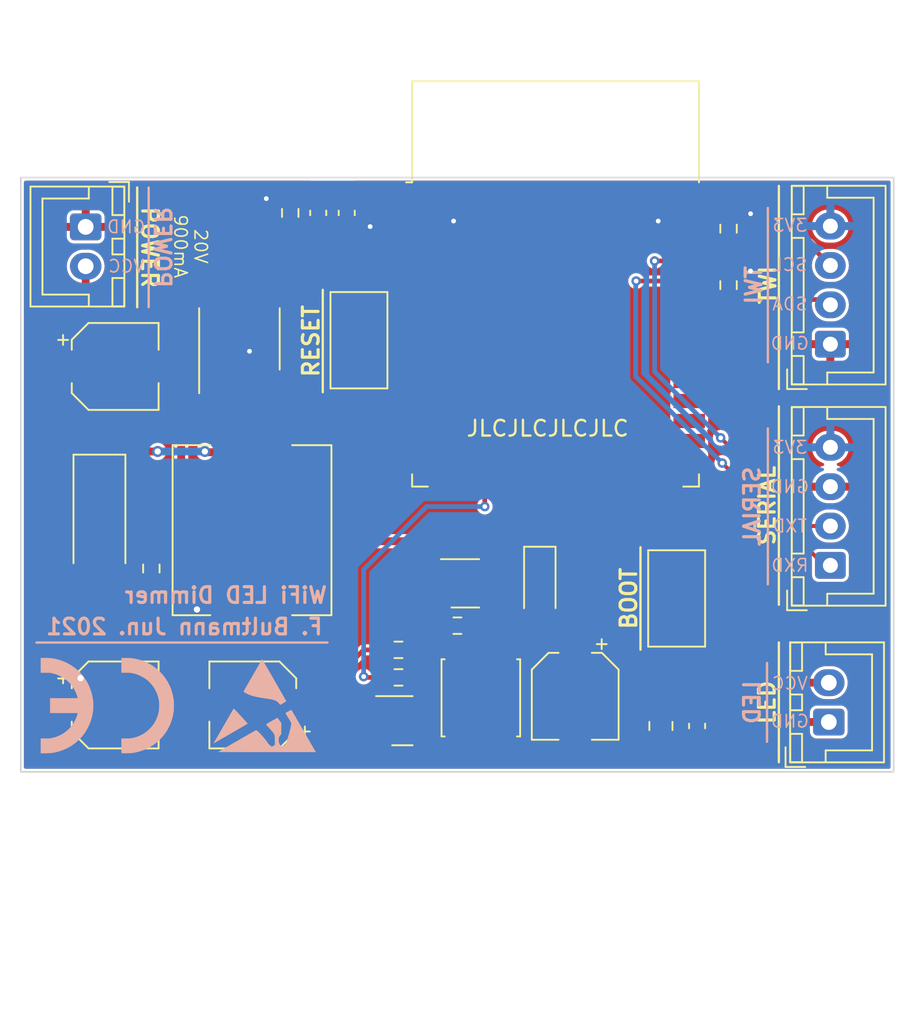
<source format=kicad_pcb>
(kicad_pcb (version 20210606) (generator pcbnew)
  (layers (0 "F.Cu" signal) (31 "B.Cu" signal) (34 "B.Paste" user) (35 "F.Paste" user) (36 "B.SilkS" user "B.Silkscreen") (37 "F.SilkS" user "F.Silkscreen") (38 "B.Mask" user) (39 "F.Mask" user) (44 "Edge.Cuts" user))
  (net 0 "")
  (net 1 "PWM-LED")
  (net 2 "Net-(Q1-Pad2)")
  (net 3 "Net-(C5-Pad2)")
  (net 4 "VCC")
  (net 5 "Net-(D1-Pad1)")
  (net 6 "+3V3")
  (net 7 "GND")
  (net 8 "EN")
  (net 20 "RX")
  (net 27 "TX")
  (net 28 "GPIO0")
  (net 36 "Net-(R4-Pad1)")
  (net 37 "Net-(R3-Pad2)")
  (net 38 "Net-(D2-Pad2)")
  (net 39 "Net-(C4-Pad1)")
  (net 40 "SDA")
  (net 41 "SCL")
  (footprint "Resistor_SMD:R_0603_1608Metric_Pad0.98x0.95mm_HandSolder" (layer "F.Cu") (at 127.632 58.715 90)
    (fp_text reference "R1")
    (fp_text value "10k")
    (pad "1" smd roundrect locked (at -0.9125 0 90) (size 0.975 0.95) (layers "F.Cu" "F.Paste" "F.Mask") (net 8 "EN"))
    (pad "2" smd roundrect locked (at 0.9125 0 90) (size 0.975 0.95) (layers "F.Cu" "F.Paste" "F.Mask") (net 6 "+3V3"))
  )
  (footprint "Package_SO:SOP-8_3.9x4.9mm_P1.27mm" (layer "F.Cu") (at 124.4 66.715 90)
    (fp_text reference "U1")
    (fp_text value "AP1509")
    (pad "1" smd roundrect locked (at -2.625 -1.905 90) (size 1.65 0.6) (layers "F.Cu" "F.Paste" "F.Mask") (net 4 "VCC"))
    (pad "2" smd roundrect locked (at -2.625 -0.635 90) (size 1.65 0.6) (layers "F.Cu" "F.Paste" "F.Mask") (net 5 "Net-(D1-Pad1)"))
    (pad "3" smd roundrect locked (at -2.625 0.635 90) (size 1.65 0.6) (layers "F.Cu" "F.Paste" "F.Mask") (net 6 "+3V3"))
    (pad "4" smd roundrect locked (at -2.625 1.905 90) (size 1.65 0.6) (layers "F.Cu" "F.Paste" "F.Mask") (net 7 "GND"))
    (pad "5" smd roundrect locked (at 2.625 1.905 90) (size 1.65 0.6) (layers "F.Cu" "F.Paste" "F.Mask") (net 7 "GND"))
    (pad "6" smd roundrect locked (at 2.625 0.635 90) (size 1.65 0.6) (layers "F.Cu" "F.Paste" "F.Mask") (net 7 "GND"))
    (pad "7" smd roundrect locked (at 2.625 -0.635 90) (size 1.65 0.6) (layers "F.Cu" "F.Paste" "F.Mask") (net 7 "GND"))
    (pad "8" smd roundrect locked (at 2.625 -1.905 90) (size 1.65 0.6) (layers "F.Cu" "F.Paste" "F.Mask") (net 7 "GND"))
  )
  (footprint "Capacitor_SMD:C_0805_2012Metric_Pad1.18x1.45mm_HandSolder" (layer "F.Cu") (at 151.2 91.3 -90)
    (fp_text reference "REF**")
    (fp_text value "C_0805_2012Metric_Pad1.18x1.45mm_HandSolder")
    (pad "1" smd roundrect locked (at -1.0375 0 270) (size 1.175 1.45) (layers "F.Cu" "F.Paste" "F.Mask") (roundrect_rratio 0.213) (net 39 "Net-(C4-Pad1)"))
    (pad "2" smd roundrect locked (at 1.0375 0 270) (size 1.175 1.45) (layers "F.Cu" "F.Paste" "F.Mask") (roundrect_rratio 0.213) (net 3 "Net-(C5-Pad2)"))
  )
  (footprint "Capacitor_SMD:CP_Elec_5x5.3" (layer "F.Cu") (at 125.25 89.965 180)
    (fp_text reference "C4")
    (fp_text value "4,7uF")
    (pad "1" smd roundrect locked (at -2.2 0 180) (size 3 1.6) (layers "F.Cu" "F.Paste" "F.Mask") (roundrect_rratio 0.15625) (net 39 "Net-(C4-Pad1)"))
    (pad "2" smd roundrect locked (at 2.2 0 180) (size 3 1.6) (layers "F.Cu" "F.Paste" "F.Mask") (roundrect_rratio 0.15625) (net 7 "GND"))
  )
  (footprint "Connector_JST:JST_XH_B4B-XH-A_1x04_P2.50mm_Vertical" (layer "F.Cu") (at 161.975 81.1 90)
    (fp_text reference "J2")
    (fp_text value "UART")
    (pad "1" thru_hole roundrect locked (at 0 0 90) (size 1.7 1.95) (drill 0.95) (layers *.Cu *.Mask) (roundrect_rratio 0.1470588235) (net 20 "RX"))
    (pad "2" thru_hole oval locked (at 2.5 0 90) (size 1.7 1.95) (drill 0.95) (layers *.Cu *.Mask) (net 27 "TX"))
    (pad "3" thru_hole oval locked (at 5 0 90) (size 1.7 1.95) (drill 0.95) (layers *.Cu *.Mask) (net 7 "GND"))
    (pad "4" thru_hole oval locked (at 7.5 0 90) (size 1.7 1.95) (drill 0.95) (layers *.Cu *.Mask) (net 6 "+3V3"))
  )
  (footprint "Capacitor_SMD:C_0603_1608Metric_Pad1.08x0.95mm_HandSolder" (layer "F.Cu") (at 129.41 58.715 90)
    (fp_text reference "C7")
    (fp_text value "0,1uF")
    (pad "1" smd roundrect locked (at -0.8625 0 90) (size 1.075 0.95) (layers "F.Cu" "F.Paste" "F.Mask") (net 8 "EN"))
    (pad "2" smd roundrect locked (at 0.8625 0 90) (size 1.075 0.95) (layers "F.Cu" "F.Paste" "F.Mask") (net 7 "GND"))
  )
  (footprint "Resistor_SMD:R_0603_1608Metric_Pad0.98x0.95mm_HandSolder" (layer "F.Cu") (at 134.5125 86.465 180)
    (fp_text reference "R4")
    (fp_text value "1k")
    (pad "1" smd roundrect locked (at -0.9125 0 180) (size 0.975 0.95) (layers "F.Cu" "F.Paste" "F.Mask") (net 36 "Net-(R4-Pad1)"))
    (pad "2" smd roundrect locked (at 0.9125 0 180) (size 0.975 0.95) (layers "F.Cu" "F.Paste" "F.Mask") (net 2 "Net-(Q1-Pad2)"))
  )
  (footprint "Package_TO_SOT_SMD:SOT-23" (layer "F.Cu") (at 134.7625 90.965)
    (fp_text reference "Q1")
    (fp_text value "2N7002")
    (pad "1" smd roundrect locked (at -0.9375 -0.95) (size 1.475 0.6) (layers "F.Cu" "F.Paste" "F.Mask") (net 1 "PWM-LED"))
    (pad "2" smd roundrect locked (at -0.9375 0.95) (size 1.475 0.6) (layers "F.Cu" "F.Paste" "F.Mask") (net 2 "Net-(Q1-Pad2)"))
    (pad "3" smd roundrect locked (at 0.9375 0) (size 1.475 0.6) (layers "F.Cu" "F.Paste" "F.Mask") (net 3 "Net-(C5-Pad2)"))
  )
  (footprint "Diode_SMD:D_SOD-123" (layer "F.Cu") (at 143.5 82.165 -90)
    (fp_text reference "D2")
    (fp_text value "40V/0,5A")
    (pad "1" smd rect locked (at -1.65 0 270) (size 0.9 1.2) (layers "F.Cu" "F.Paste" "F.Mask") (net 39 "Net-(C4-Pad1)"))
    (pad "2" smd rect locked (at 1.65 0 270) (size 0.9 1.2) (layers "F.Cu" "F.Paste" "F.Mask") (net 38 "Net-(D2-Pad2)"))
  )
  (footprint "Resistor_SMD:R_0603_1608Metric_Pad0.98x0.95mm_HandSolder" (layer "F.Cu") (at 134.5125 88.215 180)
    (fp_text reference "R5")
    (fp_text value "10k")
    (pad "1" smd roundrect locked (at -0.9125 0 180) (size 0.975 0.95) (layers "F.Cu" "F.Paste" "F.Mask") (net 7 "GND"))
    (pad "2" smd roundrect locked (at 0.9125 0 180) (size 0.975 0.95) (layers "F.Cu" "F.Paste" "F.Mask") (net 1 "PWM-LED"))
  )
  (footprint "Diode_SMD:D_SMA_Handsoldering" (layer "F.Cu") (at 115.5 78.465 -90)
    (fp_text reference "D1")
    (fp_text value "40V/2A")
    (pad "1" smd rect locked (at -2.5 0 270) (size 3.5 1.8) (layers "F.Cu" "F.Paste" "F.Mask") (net 5 "Net-(D1-Pad1)"))
    (pad "2" smd rect locked (at 2.5 0 270) (size 3.5 1.8) (layers "F.Cu" "F.Paste" "F.Mask") (net 7 "GND"))
  )
  (footprint "Resistor_SMD:R_0603_1608Metric_Pad0.98x0.95mm_HandSolder" (layer "F.Cu") (at 155.5 63.3025 -90)
    (fp_text reference "R6")
    (fp_text value "2,4k")
    (pad "1" smd roundrect locked (at -0.9125 0 270) (size 0.975 0.95) (layers "F.Cu" "F.Paste" "F.Mask") (net 6 "+3V3"))
    (pad "2" smd roundrect locked (at 0.9125 0 270) (size 0.975 0.95) (layers "F.Cu" "F.Paste" "F.Mask") (net 40 "SDA"))
  )
  (footprint "Fred:HPI1040" (layer "F.Cu") (at 125.25 78.465 -90)
    (fp_text reference "L1")
    (fp_text value "47uH/2A")
    (pad "1" smd rect (at -4.55 0.1 270) (size 4.4621 4.5621) (layers "F.Cu" "F.Paste" "F.Mask") (net 5 "Net-(D1-Pad1)"))
    (pad "2" smd rect (at 5.45 0.1 270) (size 4.4621 4.5621) (layers "F.Cu" "F.Paste" "F.Mask") (net 6 "+3V3"))
  )
  (footprint "Capacitor_SMD:CP_Elec_5x5.3" (layer "F.Cu") (at 116.5 68.465)
    (fp_text reference "C1")
    (fp_text value "4,7uF")
    (pad "1" smd roundrect locked (at -2.2 0) (size 3 1.6) (layers "F.Cu" "F.Paste" "F.Mask") (roundrect_rratio 0.15625) (net 4 "VCC"))
    (pad "2" smd roundrect locked (at 2.2 0) (size 3 1.6) (layers "F.Cu" "F.Paste" "F.Mask") (roundrect_rratio 0.15625) (net 7 "GND"))
  )
  (footprint "Resistor_SMD:R_0603_1608Metric_Pad0.98x0.95mm_HandSolder" (layer "F.Cu") (at 118.8 81.3 -90)
    (fp_text reference "R2")
    (fp_text value "1")
    (pad "1" smd roundrect locked (at -0.9125 0 270) (size 0.975 0.95) (layers "F.Cu" "F.Paste" "F.Mask") (net 4 "VCC"))
    (pad "2" smd roundrect locked (at 0.9125 0 270) (size 0.975 0.95) (layers "F.Cu" "F.Paste" "F.Mask") (net 39 "Net-(C4-Pad1)"))
  )
  (footprint "Connector_JST:JST_XH_B2B-XH-A_1x02_P2.50mm_Vertical" (layer "F.Cu") (at 161.875 91.05 90)
    (fp_text reference "J5")
    (fp_text value "LED_Main")
    (pad "1" thru_hole roundrect locked (at 0 0 90) (size 1.7 2) (drill 1) (layers *.Cu *.Mask) (roundrect_rratio 0.1470588235) (net 3 "Net-(C5-Pad2)"))
    (pad "2" thru_hole oval locked (at 2.5 0 90) (size 1.7 2) (drill 1) (layers *.Cu *.Mask) (net 39 "Net-(C4-Pad1)"))
  )
  (footprint "Package_TO_SOT_SMD:TSOT-23-5_HandSoldering" (layer "F.Cu") (at 138.7625 82.215)
    (fp_text reference "U3")
    (fp_text value "CAT4201")
    (pad "1" smd rect locked (at -1.71 -0.95) (size 2 0.65) (layers "F.Cu" "F.Paste" "F.Mask") (net 36 "Net-(R4-Pad1)"))
    (pad "2" smd rect locked (at -1.71 0) (size 2 0.65) (layers "F.Cu" "F.Paste" "F.Mask") (net 7 "GND"))
    (pad "3" smd rect locked (at -1.71 0.95) (size 2 0.65) (layers "F.Cu" "F.Paste" "F.Mask") (net 37 "Net-(R3-Pad2)"))
    (pad "4" smd rect locked (at 1.71 0.95) (size 2 0.65) (layers "F.Cu" "F.Paste" "F.Mask") (net 38 "Net-(D2-Pad2)"))
    (pad "5" smd rect locked (at 1.71 -0.95) (size 2 0.65) (layers "F.Cu" "F.Paste" "F.Mask") (net 39 "Net-(C4-Pad1)"))
  )
  (footprint "Capacitor_SMD:C_0603_1608Metric_Pad1.08x0.95mm_HandSolder" (layer "F.Cu") (at 153.5 91.3 -90)
    (fp_text reference "REF**")
    (fp_text value "C_0603_1608Metric_Pad1.08x0.95mm_HandSolder")
    (pad "1" smd roundrect locked (at -0.8625 0 270) (size 1.075 0.95) (layers "F.Cu" "F.Paste" "F.Mask") (net 39 "Net-(C4-Pad1)"))
    (pad "2" smd roundrect locked (at 0.8625 0 270) (size 1.075 0.95) (layers "F.Cu" "F.Paste" "F.Mask") (net 3 "Net-(C5-Pad2)"))
  )
  (footprint "Capacitor_SMD:C_0603_1608Metric_Pad1.08x0.95mm_HandSolder" (layer "F.Cu") (at 131.222 58.715 90)
    (fp_text reference "C2")
    (fp_text value "0,1uF")
    (pad "1" smd roundrect locked (at -0.8625 0 90) (size 1.075 0.95) (layers "F.Cu" "F.Paste" "F.Mask") (net 6 "+3V3"))
    (pad "2" smd roundrect locked (at 0.8625 0 90) (size 1.075 0.95) (layers "F.Cu" "F.Paste" "F.Mask") (net 7 "GND"))
  )
  (footprint "Connector_JST:JST_XH_B2B-XH-A_1x02_P2.50mm_Vertical" (layer "F.Cu") (at 114.625 59.6 -90)
    (fp_text reference "J1")
    (fp_text value "POWER +24V")
    (pad "1" thru_hole roundrect locked (at 0 0 270) (size 1.7 2) (drill 1) (layers *.Cu *.Mask) (roundrect_rratio 0.1470588235) (net 7 "GND"))
    (pad "2" thru_hole oval locked (at 2.5 0 270) (size 1.7 2) (drill 1) (layers *.Cu *.Mask) (net 4 "VCC"))
  )
  (footprint "Button_Switch_SMD:SW_SPST_FSMSM" (layer "F.Cu") (at 152.2 83.2 90)
    (fp_text reference "SW2")
    (fp_text value "BOOT")
    (pad "1" smd rect locked (at -4.59 0 90) (size 2.18 1.6) (layers "F.Cu" "F.Paste" "F.Mask") (net 7 "GND"))
    (pad "2" smd rect locked (at 4.59 0 90) (size 2.18 1.6) (layers "F.Cu" "F.Paste" "F.Mask") (net 28 "GPIO0"))
  )
  (footprint "Connector_JST:JST_XH_B4B-XH-A_1x04_P2.50mm_Vertical" (layer "F.Cu") (at 161.975 67.05 90)
    (fp_text reference "J6")
    (fp_text value "I2C_Main")
    (pad "1" thru_hole roundrect locked (at 0 0 90) (size 1.7 1.95) (drill 0.95) (layers *.Cu *.Mask) (roundrect_rratio 0.1470588235) (net 7 "GND"))
    (pad "2" thru_hole oval locked (at 2.5 0 90) (size 1.7 1.95) (drill 0.95) (layers *.Cu *.Mask) (net 40 "SDA"))
    (pad "3" thru_hole oval locked (at 5 0 90) (size 1.7 1.95) (drill 0.95) (layers *.Cu *.Mask) (net 41 "SCL"))
    (pad "4" thru_hole oval locked (at 7.5 0 90) (size 1.7 1.95) (drill 0.95) (layers *.Cu *.Mask) (net 6 "+3V3"))
  )
  (footprint "Fred:DJNR5020" (layer "F.Cu") (at 139.75 89.465 -90)
    (fp_text reference "L2")
    (fp_text value "22uH/1A")
    (pad "1" smd rect (at -2.05 0 270) (size 2 4) (layers "F.Cu" "F.Paste" "F.Mask") (net 38 "Net-(D2-Pad2)"))
    (pad "2" smd rect (at 2.15 0 270) (size 2 4) (layers "F.Cu" "F.Paste" "F.Mask") (net 3 "Net-(C5-Pad2)"))
  )
  (footprint "Capacitor_SMD:CP_Elec_5x5.4" (layer "F.Cu") (at 116.5 89.965)
    (fp_text reference "C3")
    (fp_text value "10uF")
    (pad "1" smd roundrect locked (at -2.2 0) (size 3 1.6) (layers "F.Cu" "F.Paste" "F.Mask") (roundrect_rratio 0.15625) (net 6 "+3V3"))
    (pad "2" smd roundrect locked (at 2.2 0) (size 3 1.6) (layers "F.Cu" "F.Paste" "F.Mask") (roundrect_rratio 0.15625) (net 7 "GND"))
  )
  (footprint "Button_Switch_SMD:SW_SPST_FSMSM" (layer "F.Cu") (at 132 66.8 90)
    (fp_text reference "SW1")
    (fp_text value "RESET")
    (pad "1" smd rect locked (at -4.59 0 90) (size 2.18 1.6) (layers "F.Cu" "F.Paste" "F.Mask") (net 7 "GND"))
    (pad "2" smd rect locked (at 4.59 0 90) (size 2.18 1.6) (layers "F.Cu" "F.Paste" "F.Mask") (net 8 "EN"))
  )
  (footprint "Resistor_SMD:R_0603_1608Metric_Pad0.98x0.95mm_HandSolder" (layer "F.Cu") (at 155.5 59.715 -90)
    (fp_text reference "R7")
    (fp_text value "2,4k")
    (pad "1" smd roundrect locked (at -0.9125 0 270) (size 0.975 0.95) (layers "F.Cu" "F.Paste" "F.Mask") (net 6 "+3V3"))
    (pad "2" smd roundrect locked (at 0.9125 0 270) (size 0.975 0.95) (layers "F.Cu" "F.Paste" "F.Mask") (net 41 "SCL"))
  )
  (footprint "RF_Module:ESP32-WROOM-32" (layer "F.Cu") (at 144.5 66.215)
    (fp_text reference "U2")
    (fp_text value "ESP32-WROOM-32")
    (pad "1" smd rect (at -8.5 -8.255) (size 2 0.9) (layers "F.Cu" "F.Paste" "F.Mask") (net 7 "GND"))
    (pad "2" smd rect (at -8.5 -6.985) (size 2 0.9) (layers "F.Cu" "F.Paste" "F.Mask") (net 6 "+3V3"))
    (pad "3" smd rect (at -8.5 -5.715) (size 2 0.9) (layers "F.Cu" "F.Paste" "F.Mask") (net 8 "EN"))
    (pad "4" smd rect (at -8.5 -4.445) (size 2 0.9) (layers "F.Cu" "F.Paste" "F.Mask"))
    (pad "5" smd rect (at -8.5 -3.175) (size 2 0.9) (layers "F.Cu" "F.Paste" "F.Mask"))
    (pad "6" smd rect (at -8.5 -1.905) (size 2 0.9) (layers "F.Cu" "F.Paste" "F.Mask"))
    (pad "7" smd rect (at -8.5 -0.635) (size 2 0.9) (layers "F.Cu" "F.Paste" "F.Mask"))
    (pad "8" smd rect (at -8.5 0.635) (size 2 0.9) (layers "F.Cu" "F.Paste" "F.Mask"))
    (pad "9" smd rect (at -8.5 1.905) (size 2 0.9) (layers "F.Cu" "F.Paste" "F.Mask"))
    (pad "10" smd rect (at -8.5 3.175) (size 2 0.9) (layers "F.Cu" "F.Paste" "F.Mask"))
    (pad "11" smd rect (at -8.5 4.445) (size 2 0.9) (layers "F.Cu" "F.Paste" "F.Mask"))
    (pad "12" smd rect (at -8.5 5.715) (size 2 0.9) (layers "F.Cu" "F.Paste" "F.Mask"))
    (pad "13" smd rect (at -8.5 6.985) (size 2 0.9) (layers "F.Cu" "F.Paste" "F.Mask"))
    (pad "14" smd rect (at -8.5 8.255) (size 2 0.9) (layers "F.Cu" "F.Paste" "F.Mask"))
    (pad "15" smd rect (at -5.715 9.255 90) (size 2 0.9) (layers "F.Cu" "F.Paste" "F.Mask") (net 7 "GND"))
    (pad "16" smd rect (at -4.445 9.255 90) (size 2 0.9) (layers "F.Cu" "F.Paste" "F.Mask") (net 1 "PWM-LED"))
    (pad "17" smd rect (at -3.175 9.255 90) (size 2 0.9) (layers "F.Cu" "F.Paste" "F.Mask"))
    (pad "18" smd rect (at -1.905 9.255 90) (size 2 0.9) (layers "F.Cu" "F.Paste" "F.Mask"))
    (pad "19" smd rect (at -0.635 9.255 90) (size 2 0.9) (layers "F.Cu" "F.Paste" "F.Mask"))
    (pad "20" smd rect (at 0.635 9.255 90) (size 2 0.9) (layers "F.Cu" "F.Paste" "F.Mask"))
    (pad "21" smd rect (at 1.905 9.255 90) (size 2 0.9) (layers "F.Cu" "F.Paste" "F.Mask"))
    (pad "22" smd rect (at 3.175 9.255 90) (size 2 0.9) (layers "F.Cu" "F.Paste" "F.Mask"))
    (pad "23" smd rect (at 4.445 9.255 90) (size 2 0.9) (layers "F.Cu" "F.Paste" "F.Mask"))
    (pad "24" smd rect (at 5.715 9.255 90) (size 2 0.9) (layers "F.Cu" "F.Paste" "F.Mask"))
    (pad "25" smd rect (at 8.5 8.255) (size 2 0.9) (layers "F.Cu" "F.Paste" "F.Mask") (net 28 "GPIO0"))
    (pad "26" smd rect (at 8.5 6.985) (size 2 0.9) (layers "F.Cu" "F.Paste" "F.Mask"))
    (pad "27" smd rect (at 8.5 5.715) (size 2 0.9) (layers "F.Cu" "F.Paste" "F.Mask"))
    (pad "28" smd rect (at 8.5 4.445) (size 2 0.9) (layers "F.Cu" "F.Paste" "F.Mask"))
    (pad "29" smd rect (at 8.5 3.175) (size 2 0.9) (layers "F.Cu" "F.Paste" "F.Mask"))
    (pad "30" smd rect (at 8.5 1.905) (size 2 0.9) (layers "F.Cu" "F.Paste" "F.Mask"))
    (pad "31" smd rect (at 8.5 0.635) (size 2 0.9) (layers "F.Cu" "F.Paste" "F.Mask"))
    (pad "32" smd rect (at 8.5 -0.635) (size 2 0.9) (layers "F.Cu" "F.Paste" "F.Mask"))
    (pad "33" smd rect (at 8.5 -1.905) (size 2 0.9) (layers "F.Cu" "F.Paste" "F.Mask") (net 40 "SDA"))
    (pad "34" smd rect (at 8.5 -3.175) (size 2 0.9) (layers "F.Cu" "F.Paste" "F.Mask") (net 20 "RX"))
    (pad "35" smd rect (at 8.5 -4.445) (size 2 0.9) (layers "F.Cu" "F.Paste" "F.Mask") (net 27 "TX"))
    (pad "36" smd rect (at 8.5 -5.715) (size 2 0.9) (layers "F.Cu" "F.Paste" "F.Mask") (net 41 "SCL"))
    (pad "37" smd rect (at 8.5 -6.985) (size 2 0.9) (layers "F.Cu" "F.Paste" "F.Mask") (net 6 "+3V3"))
    (pad "38" smd rect (at 8.5 -8.255) (size 2 0.9) (layers "F.Cu" "F.Paste" "F.Mask") (net 7 "GND"))
    (pad "39" smd rect (at -1 -0.755) (size 5 5) (layers "F.Cu" "F.Paste" "F.Mask") (net 7 "GND"))
  )
  (footprint "Resistor_SMD:R_0603_1608Metric_Pad0.98x0.95mm_HandSolder" (layer "F.Cu") (at 138.26 84.93 180)
    (fp_text reference "R3")
    (fp_text value "8,25k")
    (pad "1" smd roundrect locked (at -0.9125 0 180) (size 0.975 0.95) (layers "F.Cu" "F.Paste" "F.Mask") (net 7 "GND"))
    (pad "2" smd roundrect locked (at 0.9125 0 180) (size 0.975 0.95) (layers "F.Cu" "F.Paste" "F.Mask") (net 37 "Net-(R3-Pad2)"))
  )
  (footprint "Capacitor_SMD:CP_Elec_5x5.4" (layer "F.Cu") (at 145.75 89.415 -90)
    (fp_text reference "C5")
    (fp_text value "10uF")
    (pad "1" smd roundrect locked (at -2.2 0 270) (size 3 1.6) (layers "F.Cu" "F.Paste" "F.Mask") (roundrect_rratio 0.15625) (net 39 "Net-(C4-Pad1)"))
    (pad "2" smd roundrect locked (at 2.2 0 270) (size 3 1.6) (layers "F.Cu" "F.Paste" "F.Mask") (roundrect_rratio 0.15625) (net 3 "Net-(C5-Pad2)"))
  )
  (footprint "Symbol:ESD-Logo_6.6x6mm_SilkScreen" (layer "B.Cu") (at 126 90 180)
    (fp_text reference "REF**" hide)
    (fp_text value "ESD-Logo_6.6x6mm_SilkScreen" hide)
  )
  (footprint "Symbol:CE-Logo_8.5x6mm_SilkScreen" (layer "B.Cu") (at 116 90 180)
    (fp_text reference "REF**" hide)
    (fp_text value "CE-Logo_8.5x6mm_SilkScreen" hide)
  )
  (gr_line (start 158 58.4) (end 158 68.2) (layer "B.SilkS") (width 0.15))
  (gr_line (start 157.945 87.3) (end 157.945 92.3) (layer "B.SilkS") (width 0.15))
  (gr_line (start 118.63 57.1) (end 118.63 64.7) (layer "B.SilkS") (width 0.15))
  (gr_line (start 158 72.4) (end 158 82.3) (layer "B.SilkS") (width 0.15))
  (gr_line (start 130 86) (end 111.5 86) (layer "B.SilkS") (width 0.15))
  (gr_line (start 158.7 86) (end 158.7 93.6) (layer "F.SilkS") (width 0.15))
  (gr_line (start 129.7 63.6) (end 129.7 70.1) (layer "F.SilkS") (width 0.15))
  (gr_line (start 158.7 57) (end 158.7 69.9) (layer "F.SilkS") (width 0.15))
  (gr_line (start 117.9 57.1) (end 117.9 64.7) (layer "F.SilkS") (width 0.15))
  (gr_line (start 158.7 71) (end 158.7 83.6) (layer "F.SilkS") (width 0.15))
  (gr_line (start 149.9 79.95) (end 149.9 86.45) (layer "F.SilkS") (width 0.15))
  (gr_rect (start 166 56.465) (end 110.5 94.215) (layer "Edge.Cuts") (width 0.1) (fill none))
  (gr_text "GND" (at 159.4 76.1) (layer "B.SilkS") (effects (font (size 0.8 0.8) (thickness 0.1)) (justify mirror)))
  (gr_text "POWER\n" (at 119.5 60.9 -90) (layer "B.SilkS") (effects (font (size 1 1) (thickness 0.2)) (justify mirror)))
  (gr_text "3V3" (at 159.4 59.5) (layer "B.SilkS") (effects (font (size 0.8 0.8) (thickness 0.1)) (justify mirror)))
  (gr_text "LED" (at 157 89.8 90) (layer "B.SilkS") (effects (font (size 1 1) (thickness 0.2)) (justify mirror)))
  (gr_text "GND" (at 117.2 59.6) (layer "B.SilkS") (effects (font (size 0.8 0.8) (thickness 0.1)) (justify mirror)))
  (gr_text "SDA" (at 159.4 64.5) (layer "B.SilkS") (effects (font (size 0.8 0.8) (thickness 0.1)) (justify mirror)))
  (gr_text "VCC" (at 117.2 62.1) (layer "B.SilkS") (effects (font (size 0.8 0.8) (thickness 0.1)) (justify mirror)))
  (gr_text "F. Bultmann Jun. 2021" (at 112 85) (layer "B.SilkS") (effects (font (size 1 1) (thickness 0.2)) (justify right mirror)))
  (gr_text "VCC" (at 159.4 88.6) (layer "B.SilkS") (effects (font (size 0.8 0.8) (thickness 0.1)) (justify mirror)))
  (gr_text "GND" (at 159.4 91) (layer "B.SilkS") (effects (font (size 0.8 0.8) (thickness 0.1)) (justify mirror)))
  (gr_text "3V3" (at 159.4 73.6) (layer "B.SilkS") (effects (font (size 0.8 0.8) (thickness 0.1)) (justify mirror)))
  (gr_text "TXD" (at 159.4 78.6) (layer "B.SilkS") (effects (font (size 0.8 0.8) (thickness 0.1)) (justify mirror)))
  (gr_text "TWI" (at 157.1 63.3 90) (layer "B.SilkS") (effects (font (size 1 1) (thickness 0.2)) (justify mirror)))
  (gr_text "SERIAL" (at 157 77.35 90) (layer "B.SilkS") (effects (font (size 1 1) (thickness 0.2)) (justify mirror)))
  (gr_text "WiFi LED Dimmer" (at 117 83) (layer "B.SilkS") (effects (font (size 1 1) (thickness 0.2)) (justify right mirror)))
  (gr_text "RXD" (at 159.4 81.1) (layer "B.SilkS") (effects (font (size 0.8 0.8) (thickness 0.1)) (justify mirror)))
  (gr_text "SCL" (at 159.4 62) (layer "B.SilkS") (effects (font (size 0.8 0.8) (thickness 0.1)) (justify mirror)))
  (gr_text "GND" (at 159.4 67) (layer "B.SilkS") (effects (font (size 0.8 0.8) (thickness 0.1)) (justify mirror)))
  (gr_text "LED" (at 157.95 89.8 90) (layer "F.SilkS") (effects (font (size 1 1) (thickness 0.2))))
  (gr_text "TWI" (at 158 63.3 90) (layer "F.SilkS") (effects (font (size 1 1) (thickness 0.2))))
  (gr_text "BOOT" (at 149.15 83.2 90) (layer "F.SilkS") (effects (font (size 1 1) (thickness 0.2))))
  (gr_text "RESET" (at 128.95 66.85 90) (layer "F.SilkS") (effects (font (size 1 1) (thickness 0.2))))
  (gr_text "POWER\n" (at 118.7 60.9 270) (layer "F.SilkS") (effects (font (size 1 1) (thickness 0.2))))
  (gr_text "JLCJLCJLCJLC" (at 144 72.4) (layer "F.SilkS") (effects (font (size 1 1))))
  (gr_text "20V\n900mA" (at 121.3 60.835 270) (layer "F.SilkS") (effects (font (size 0.8 0.8) (thickness 0.1))))
  (gr_text "SERIAL" (at 157.95 77.3 90) (layer "F.SilkS") (effects (font (size 1 1) (thickness 0.2))))
  (segment (start 132.35 88.215) (end 132.3 88.165) (width 0.3) (layer "F.Cu") (net 1))
  (segment (start 133.6 88.215) (end 133.6 89.79) (width 0.3) (layer "F.Cu") (net 1))
  (segment (start 140 77.365) (end 140 75.525) (width 0.3) (layer "F.Cu") (net 1))
  (segment (start 133.6 89.79) (end 133.825 90.015) (width 0.3) (layer "F.Cu") (net 1))
  (segment (start 133.6 88.215) (end 132.35 88.215) (width 0.3) (layer "F.Cu") (net 1))
  (segment (start 140 75.525) (end 140.055 75.47) (width 0.3) (layer "F.Cu") (net 1))
  (via (at 132.3 88.165) (size 0.6) (drill 0.3) (layers "F.Cu" "B.Cu") (net 1))
  (via (at 140 77.365) (size 0.6) (drill 0.3) (layers "F.Cu" "B.Cu") (net 1))
  (segment (start 132.3 81.365) (end 136.1 77.565) (width 0.3) (layer "B.Cu") (net 1))
  (segment (start 132.3 88.165) (end 132.3 81.365) (width 0.3) (layer "B.Cu") (net 1))
  (segment (start 136.1 77.565) (end 136.3 77.365) (width 0.3) (layer "B.Cu") (net 1))
  (segment (start 136.3 77.365) (end 140 77.365) (width 0.3) (layer "B.Cu") (net 1))
  (segment (start 131.4 87.365) (end 132.3 86.465) (width 0.3) (layer "F.Cu") (net 2))
  (segment (start 132.15 91.915) (end 131.4 91.165) (width 0.3) (layer "F.Cu") (net 2))
  (segment (start 132.3 86.465) (end 133.6 86.465) (width 0.3) (layer "F.Cu") (net 2))
  (segment (start 131.4 91.165) (end 131.4 87.365) (width 0.3) (layer "F.Cu") (net 2))
  (segment (start 133.825 91.915) (end 132.15 91.915) (width 0.3) (layer "F.Cu") (net 2))
  (segment (start 154.6125 91.05) (end 153.5 92.1625) (width 0.5) (layer "F.Cu") (net 3))
  (segment (start 146.4725 92.3375) (end 145.75 91.615) (width 0.5) (layer "F.Cu") (net 3))
  (segment (start 139.75 91.615) (end 145.75 91.615) (width 0.5) (layer "F.Cu") (net 3))
  (segment (start 161.875 91.05) (end 154.6125 91.05) (width 0.5) (layer "F.Cu") (net 3))
  (segment (start 151.2 92.3375) (end 153.325 92.3375) (width 0.5) (layer "F.Cu") (net 3))
  (segment (start 151.2 92.3375) (end 146.4725 92.3375) (width 0.5) (layer "F.Cu") (net 3))
  (segment (start 136.35 91.615) (end 135.7 90.965) (width 0.3) (layer "F.Cu") (net 3))
  (segment (start 153.325 92.3375) (end 153.5 92.1625) (width 0.5) (layer "F.Cu") (net 3))
  (segment (start 139.75 91.615) (end 136.35 91.615) (width 0.3) (layer "F.Cu") (net 3))
  (segment (start 120.7 72.485) (end 120.7 78.5) (width 0.5) (layer "F.Cu") (net 4))
  (segment (start 122.495 70.69) (end 120.7 72.485) (width 0.5) (layer "F.Cu") (net 4))
  (segment (start 114.3 68.465) (end 114.3 72) (width 0.5) (layer "F.Cu") (net 4))
  (segment (start 114.3 68.465) (end 114.3 66.565) (width 0.5) (layer "F.Cu") (net 4))
  (segment (start 114.3 72) (end 114.8 72.5) (width 0.5) (layer "F.Cu") (net 4))
  (segment (start 114.3 66.565) (end 114.625 66.24) (width 0.5) (layer "F.Cu") (net 4))
  (segment (start 122.495 69.34) (end 122.495 70.69) (width 0.5) (layer "F.Cu") (net 4))
  (segment (start 120.685 72.5) (end 120.7 72.485) (width 0.5) (layer "F.Cu") (net 4))
  (segment (start 118.8125 80.3875) (end 118.8 80.3875) (width 0.5) (layer "F.Cu") (net 4))
  (segment (start 114.625 66.24) (end 114.625 62.1) (width 0.5) (layer "F.Cu") (net 4))
  (segment (start 120.7 78.5) (end 118.8125 80.3875) (width 0.5) (layer "F.Cu") (net 4))
  (segment (start 114.8 72.5) (end 120.685 72.5) (width 0.5) (layer "F.Cu") (net 4))
  (segment (start 123.765 69.34) (end 123.765 72.53) (width 0.5) (layer "F.Cu") (net 5))
  (segment (start 125.15 73.915) (end 122.25 73.915) (width 0.5) (layer "F.Cu") (net 5))
  (segment (start 122.25 73.915) (end 122.2 73.865) (width 0.5) (layer "F.Cu") (net 5))
  (segment (start 123.765 72.53) (end 125.15 73.915) (width 0.5) (layer "F.Cu") (net 5))
  (segment (start 117.6 73.865) (end 115.5 75.965) (width 0.5) (layer "F.Cu") (net 5))
  (segment (start 119.1 73.865) (end 117.6 73.865) (width 0.5) (layer "F.Cu") (net 5))
  (via (at 122.2 73.865) (size 0.7) (drill 0.4) (layers "F.Cu" "B.Cu") (net 5))
  (via (at 119.2 73.865) (size 0.7) (drill 0.4) (layers "F.Cu" "B.Cu") (net 5))
  (segment (start 119.2 73.865) (end 119.1 73.865) (width 0.5) (layer "B.Cu") (net 5))
  (segment (start 122.2 73.865) (end 119.2 73.865) (width 0.5) (layer "B.Cu") (net 5))
  (segment (start 156.9 62.4) (end 156.89 62.39) (width 0.3) (layer "F.Cu") (net 6))
  (segment (start 114.3 89.965) (end 114.3 88.265) (width 0.5) (layer "F.Cu") (net 6))
  (segment (start 126.1095 57.8025) (end 126.108 57.804) (width 0.3) (layer "F.Cu") (net 6))
  (segment (start 153 59.23) (end 151.029 59.23) (width 0.3) (layer "F.Cu") (net 6))
  (segment (start 156.8625 58.8025) (end 156.9 58.765) (width 0.3) (layer "F.Cu") (net 6))
  (segment (start 136 59.23) (end 138.017 59.23) (width 0.3) (layer "F.Cu") (net 6))
  (segment (start 121.715 83.915) (end 125.15 83.915) (width 0.5) (layer "F.Cu") (net 6))
  (segment (start 127.632 57.8025) (end 126.1095 57.8025) (width 0.3) (layer "F.Cu") (net 6))
  (segment (start 155.5 58.8025) (end 156.8625 58.8025) (width 0.3) (layer "F.Cu") (net 6))
  (segment (start 131.222 59.5775) (end 132.7075 59.5775) (width 0.3) (layer "F.Cu") (net 6))
  (segment (start 132.7075 59.5775) (end 132.712 59.582) (width 0.3) (layer "F.Cu") (net 6))
  (segment (start 156.89 62.39) (end 155.5 62.39) (width 0.3) (layer "F.Cu") (net 6))
  (segment (start 125.035 67.58) (end 125.035 69.34) (width 0.3) (layer "F.Cu") (net 6))
  (segment (start 151.029 59.23) (end 151 59.201) (width 0.3) (layer "F.Cu") (net 6))
  (segment (start 121.7 83.9) (end 121.715 83.915) (width 0.5) (layer "F.Cu") (net 6))
  (segment (start 138.017 59.23) (end 138.046 59.201) (width 0.3) (layer "F.Cu") (net 6))
  (via (at 114.3 88.265) (size 0.7) (drill 0.4) (layers "F.Cu" "B.Cu") (net 6))
  (via (at 156.9 62.4) (size 0.6) (drill 0.3) (layers "F.Cu" "B.Cu") (net 6))
  (via (at 125.04 67.5) (size 0.6) (drill 0.3) (layers "F.Cu" "B.Cu") (net 6))
  (via (at 126.108 57.804) (size 0.6) (drill 0.3) (layers "F.Cu" "B.Cu") (net 6))
  (via (at 156.9 58.765) (size 0.6) (drill 0.3) (layers "F.Cu" "B.Cu") (net 6))
  (via (at 151.029 59.23) (size 0.6) (drill 0.3) (layers "F.Cu" "B.Cu") (net 6))
  (via (at 138.017 59.23) (size 0.6) (drill 0.3) (layers "F.Cu" "B.Cu") (net 6))
  (via (at 132.712 59.582) (size 0.6) (drill 0.3) (layers "F.Cu" "B.Cu") (net 6))
  (via (at 121.7 83.9) (size 0.7) (drill 0.4) (layers "F.Cu" "B.Cu") (net 6))
  (segment (start 133.4 60.5) (end 132 61.9) (width 0.4) (layer "F.Cu") (net 8))
  (segment (start 132 62.21) (end 131.335 62.21) (width 0.4) (layer "F.Cu") (net 8))
  (segment (start 132 61.9) (end 132 62.21) (width 0.4) (layer "F.Cu") (net 8))
  (segment (start 131.335 62.21) (end 129.41 60.285) (width 0.4) (layer "F.Cu") (net 8))
  (segment (start 136 60.5) (end 133.4 60.5) (width 0.4) (layer "F.Cu") (net 8))
  (segment (start 127.632 59.6275) (end 129.36 59.6275) (width 0.4) (layer "F.Cu") (net 8))
  (segment (start 129.36 59.6275) (end 129.41 59.5775) (width 0.4) (layer "F.Cu") (net 8))
  (segment (start 129.41 59.5775) (end 129.41 60.285) (width 0.4) (layer "F.Cu") (net 8))
  (segment (start 161.6 81.1) (end 155.1 74.6) (width 0.25) (layer "F.Cu") (net 20))
  (segment (start 149.6 63.065) (end 149.625 63.04) (width 0.3) (layer "F.Cu") (net 20))
  (segment (start 149.625 63.04) (end 153 63.04) (width 0.3) (layer "F.Cu") (net 20))
  (segment (start 161.975 81.1) (end 161.6 81.1) (width 0.25) (layer "F.Cu") (net 20))
  (via (at 155.1 74.6) (size 0.6) (drill 0.3) (layers "F.Cu" "B.Cu") (net 20))
  (via (at 149.625 63.04) (size 0.6) (drill 0.3) (layers "F.Cu" "B.Cu") (net 20))
  (segment (start 149.6 69.1) (end 149.6 63.065) (width 0.3) (layer "B.Cu") (net 20))
  (segment (start 149.6 69.1) (end 155.1 74.6) (width 0.3) (layer "B.Cu") (net 20))
  (segment (start 160.6 78.6) (end 155 73) (width 0.25) (layer "F.Cu") (net 27))
  (segment (start 152.995 61.765) (end 153 61.77) (width 0.3) (layer "F.Cu") (net 27))
  (segment (start 150.8 61.765) (end 152.995 61.765) (width 0.3) (layer "F.Cu") (net 27))
  (segment (start 161.975 78.6) (end 160.6 78.6) (width 0.25) (layer "F.Cu") (net 27))
  (via (at 155 73) (size 0.6) (drill 0.3) (layers "F.Cu" "B.Cu") (net 27))
  (via (at 150.8 61.765) (size 0.6) (drill 0.3) (layers "F.Cu" "B.Cu") (net 27))
  (segment (start 150.8 68.365) (end 150.8 61.765) (width 0.3) (layer "B.Cu") (net 27))
  (segment (start 150.8 68.365) (end 150.8 68.8) (width 0.3) (layer "B.Cu") (net 27))
  (segment (start 150.8 68.8) (end 155 73) (width 0.3) (layer "B.Cu") (net 27))
  (segment (start 152.2 75.27) (end 153 74.47) (width 0.25) (layer "F.Cu") (net 28))
  (segment (start 152.2 78.61) (end 152.2 75.27) (width 0.25) (layer "F.Cu") (net 28))
  (segment (start 135.425 85.725) (end 135.425 86.465) (width 0.3) (layer "F.Cu") (net 36))
  (segment (start 135.105 81.265) (end 134.36 82.01) (width 0.3) (layer "F.Cu") (net 36))
  (segment (start 134.36 84.66) (end 135.425 85.725) (width 0.3) (layer "F.Cu") (net 36))
  (segment (start 134.36 82.01) (end 134.36 84.66) (width 0.3) (layer "F.Cu") (net 36))
  (segment (start 137.0525 81.265) (end 135.105 81.265) (width 0.3) (layer "F.Cu") (net 36))
  (segment (start 137.3475 83.46) (end 137.0525 83.165) (width 0.25) (layer "F.Cu") (net 37))
  (segment (start 137.3475 84.93) (end 137.3475 83.46) (width 0.25) (layer "F.Cu") (net 37))
  (segment (start 137.0525 84.635) (end 137.3475 84.93) (width 0.25) (layer "F.Cu") (net 37))
  (segment (start 140.4725 86.6925) (end 139.75 87.415) (width 0.5) (layer "F.Cu") (net 38))
  (segment (start 140.4725 83.165) (end 140.4725 86.6925) (width 0.5) (layer "F.Cu") (net 38))
  (segment (start 142.85 83.165) (end 143.5 83.815) (width 0.5) (layer "F.Cu") (net 38))
  (segment (start 140.4725 83.165) (end 142.85 83.165) (width 0.5) (layer "F.Cu") (net 38))
  (segment (start 155.3875 88.55) (end 153.5 90.4375) (width 0.5) (layer "F.Cu") (net 39))
  (segment (start 125.185 87.7) (end 127.45 89.965) (width 0.5) (layer "F.Cu") (net 39))
  (segment (start 145.75 87.215) (end 148.7975 90.2625) (width 0.5) (layer "F.Cu") (net 39))
  (segment (start 127.45 89.965) (end 129.8 87.615) (width 0.5) (layer "F.Cu") (net 39))
  (segment (start 151.2 90.2625) (end 153.325 90.2625) (width 0.5) (layer "F.Cu") (net 39))
  (segment (start 118.8 84.3) (end 122.2 87.7) (width 0.5) (layer "F.Cu") (net 39))
  (segment (start 148.7975 90.2625) (end 151.2 90.2625) (width 0.5) (layer "F.Cu") (net 39))
  (segment (start 143.5 80.515) (end 145.05 80.515) (width 0.5) (layer "F.Cu") (net 39))
  (segment (start 140.4725 81.265) (end 142.75 81.265) (width 0.5) (layer "F.Cu") (net 39))
  (segment (start 142.75 81.265) (end 143.5 80.515) (width 0.5) (layer "F.Cu") (net 39))
  (segment (start 145.05 80.515) (end 145.75 81.215) (width 0.5) (layer "F.Cu") (net 39))
  (segment (start 153.325 90.2625) (end 153.5 90.4375) (width 0.5) (layer "F.Cu") (net 39))
  (segment (start 130.835 79.565) (end 139.5 79.565) (width 0.5) (layer "F.Cu") (net 39))
  (segment (start 140.4725 80.5375) (end 140.4725 81.265) (width 0.5) (layer "F.Cu") (net 39))
  (segment (start 118.8 82.2125) (end 118.8 84.3) (width 0.5) (layer "F.Cu") (net 39))
  (segment (start 139.5 79.565) (end 140.4725 80.5375) (width 0.5) (layer "F.Cu") (net 39))
  (segment (start 145.75 81.215) (end 145.75 87.215) (width 0.5) (layer "F.Cu") (net 39))
  (segment (start 122.2 87.7) (end 125.185 87.7) (width 0.5) (layer "F.Cu") (net 39))
  (segment (start 161.875 88.55) (end 155.3875 88.55) (width 0.5) (layer "F.Cu") (net 39))
  (segment (start 129.8 87.615) (end 129.8 80.6) (width 0.5) (layer "F.Cu") (net 39))
  (segment (start 129.8 80.6) (end 130.835 79.565) (width 0.5) (layer "F.Cu") (net 39))
  (segment (start 155.5 64.215) (end 161.64 64.215) (width 0.3) (layer "F.Cu") (net 40))
  (segment (start 162.24 64.215) (end 162.5 64.475) (width 0.3) (layer "F.Cu") (net 40))
  (segment (start 155.405 64.31) (end 155.5 64.215) (width 0.3) (layer "F.Cu") (net 40))
  (segment (start 161.64 64.215) (end 161.975 64.55) (width 0.3) (layer "F.Cu") (net 40))
  (segment (start 153 64.31) (end 155.405 64.31) (width 0.3) (layer "F.Cu") (net 40))
  (segment (start 160.5525 60.6275) (end 161.975 62.05) (width 0.3) (layer "F.Cu") (net 41))
  (segment (start 155.5 60.6275) (end 160.5525 60.6275) (width 0.3) (layer "F.Cu") (net 41))
  (segment (start 153 60.5) (end 155.3725 60.5) (width 0.3) (layer "F.Cu") (net 41))
  (segment (start 155.3725 60.5) (end 155.5 60.6275) (width 0.3) (layer "F.Cu") (net 41))
  (zone (net 7) (net_name "GND") (layer "F.Cu") (connect_pads (clearance 0.13)) (min_thickness 0.2) (fill yes (thermal_gap 0.508) (thermal_bridge_width 0.508))
    (polygon (pts (xy 166 94.215) (xy 110.5 94.215) (xy 110.5 56.465) (xy 166 56.465)))
  )
  (zone (net 6) (net_name "+3V3") (layer "B.Cu") (connect_pads (clearance 0.13)) (min_thickness 0.2) (fill yes (thermal_gap 0.508) (thermal_bridge_width 0.508))
    (polygon (pts (xy 166 94.215) (xy 110.5 94.215) (xy 110.5 56.465) (xy 166 56.465)))
  )
)
</source>
